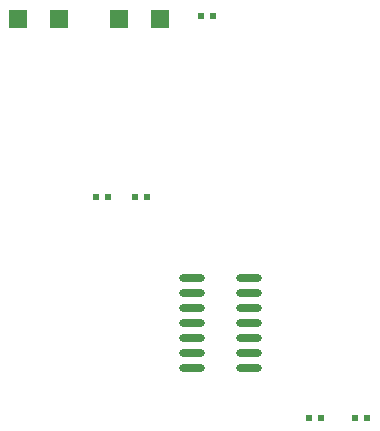
<source format=gtp>
%FSLAX25Y25*%
%MOIN*%
G70*
G01*
G75*
G04 Layer_Color=8421504*
%ADD10C,0.02500*%
%ADD11R,0.05906X0.05906*%
%ADD12O,0.08661X0.02362*%
%ADD13R,0.02362X0.01969*%
%ADD14C,0.01000*%
%ADD15C,0.05512*%
%ADD16C,0.04724*%
%ADD17O,0.07874X0.03937*%
%ADD18O,0.07874X0.03937*%
%ADD19R,0.05906X0.05906*%
%ADD20C,0.05906*%
%ADD21C,0.05000*%
%ADD22C,0.00787*%
%ADD23C,0.00984*%
%ADD24C,0.02362*%
%ADD25R,0.07874X0.03150*%
D11*
X162610Y242500D02*
D03*
X176390D02*
D03*
X142807D02*
D03*
X129028D02*
D03*
D12*
X205949Y126000D02*
D03*
Y131000D02*
D03*
Y136000D02*
D03*
Y141000D02*
D03*
Y146000D02*
D03*
Y151000D02*
D03*
Y156000D02*
D03*
X187051Y126000D02*
D03*
Y131000D02*
D03*
Y136000D02*
D03*
Y141000D02*
D03*
Y146000D02*
D03*
Y151000D02*
D03*
Y156000D02*
D03*
D13*
X241532Y109500D02*
D03*
X245469D02*
D03*
X229969D02*
D03*
X226031D02*
D03*
X158969Y183181D02*
D03*
X155031D02*
D03*
X168032D02*
D03*
X171969D02*
D03*
X190032Y243500D02*
D03*
X193969D02*
D03*
M02*

</source>
